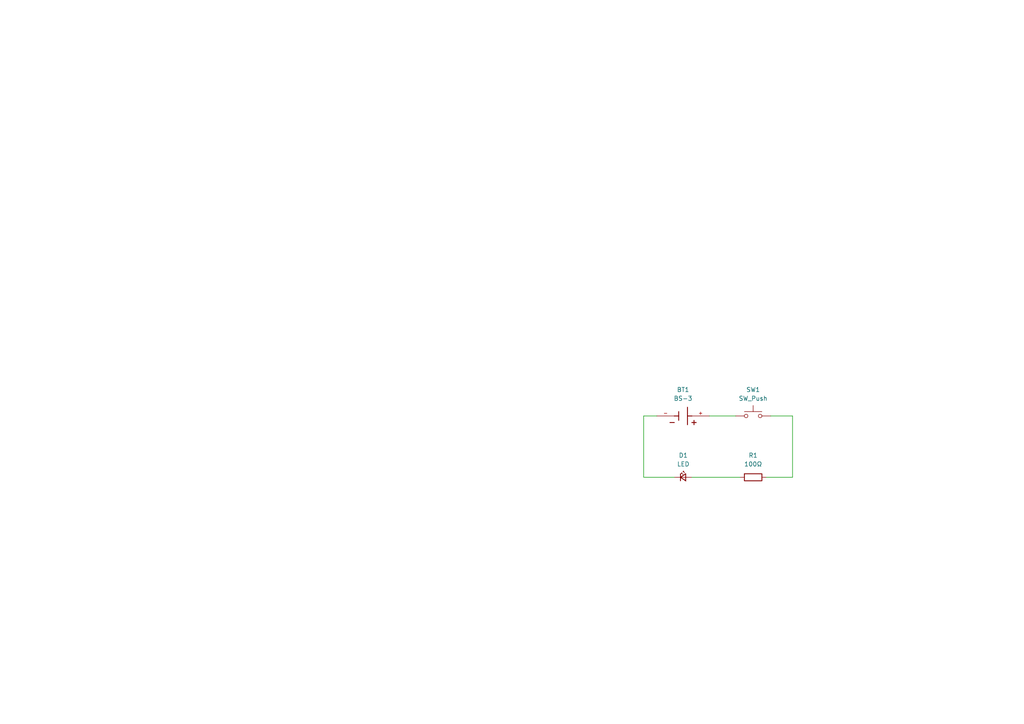
<source format=kicad_sch>
(kicad_sch (version 20250114) (generator "eeschema") (generator_version "9.0")
  (paper "A4")
  (title_block (title "Soldering Demo PCB Schematic") (date "2026-01-02") (rev "1") (company "FRCC Engineering Club Larimer Campus") (comment 1 "Designed by Lee Nicoletti-Jones"))
  (lib_symbols
    (symbol "BS-3 Battery Holder:BS-3" (pin_names (offset 1.016))
      (property "Reference" "BT" (at -3.81 3.81 0))
      (property "Value" "BS-3" (at -3.81 -5.08 0))
      (symbol "BS-3_0_0"
        (polyline (pts (xy -3.81 1.905) (xy -2.54 1.905)) (stroke (width 0.254)))
        (polyline (pts (xy -3.175 2.54) (xy -3.175 1.27)) (stroke (width 0.254)))
        (polyline (pts (xy -1.27 2.54) (xy -1.27 0)) (stroke (width 0.254)))
        (polyline (pts (xy -1.27 0) (xy -2.54 0)) (stroke (width 0.254)))
        (polyline (pts (xy -1.27 0) (xy -1.27 -2.54)) (stroke (width 0.254)))
        (polyline (pts (xy 1.27 1.27) (xy 1.27 0)) (stroke (width 0.254)))
        (polyline (pts (xy 1.27 0) (xy 1.27 -1.27)) (stroke (width 0.254)))
        (polyline (pts (xy 1.27 0) (xy 2.54 0)) (stroke (width 0.254)))
        (polyline (pts (xy 2.54 1.905) (xy 3.81 1.905)) (stroke (width 0.254)))
        (pin passive line (at -7.62 0 0) (length 5.08) (name "~") (number "+"))
        (pin passive line (at 7.62 0 180) (length 5.08) (name "~") (number "-"))
      )
    )
    (symbol "Device:R" (pin_numbers (hide yes)) (pin_names (offset 0))
      (property "Reference" "R" (at 2.032 0 90))
      (property "Value" "R" (at 0 0 90))
      (symbol "R_0_1"
        (rectangle (start -1.016 -2.54) (end 1.016 2.54) (stroke (width 0.254)))
      )
      (symbol "R_1_1"
        (pin passive line (at 0 3.81 270) (length 1.27) (name "~") (number "1"))
        (pin passive line (at 0 -3.81 90) (length 1.27) (name "~") (number "2"))
      )
    )
    (symbol "PCM_SparkFun-LED:LED" (pin_numbers (hide yes)) (pin_names (offset 1.016) (hide yes))
      (property "Reference" "D" (at 0 2.54 0))
      (property "Value" "LED" (at 0 -2.54 0))
      (symbol "LED_0_1"
        (polyline (pts (xy -0.762 -1.016) (xy -0.762 1.016)) (stroke (width 0.254)))
        (polyline (pts (xy 0 0.762) (xy -0.508 1.27) (xy -0.254 1.27) (xy -0.508 1.27) (xy -0.508 1.016)))
        (polyline (pts (xy 0.508 1.27) (xy 0 1.778) (xy 0.254 1.778) (xy 0 1.778) (xy 0 1.524)))
        (polyline (pts (xy 0.762 -1.016) (xy -0.762 0) (xy 0.762 1.016) (xy 0.762 -1.016)) (stroke (width 0.254)))
        (polyline (pts (xy 1.016 0) (xy -0.762 0)))
      )
      (symbol "LED_1_1"
        (pin passive line (at -2.54 0 0) (length 1.778) (name "K") (number "1"))
        (pin passive line (at 2.54 0 180) (length 1.778) (name "A") (number "2"))
      )
    )
    (symbol "Switch:SW_Push" (pin_numbers (hide yes)) (pin_names (offset 1.016) (hide yes))
      (property "Reference" "SW" (at 1.27 2.54 0))
      (property "Value" "SW_Push" (at 0 -1.524 0))
      (symbol "SW_Push_0_1"
        (circle (center -2.032 0) (radius 0.508))
        (polyline (pts (xy 0 1.27) (xy 0 3.048)))
        (circle (center 2.032 0) (radius 0.508))
        (polyline (pts (xy 2.54 1.27) (xy -2.54 1.27)))
        (pin passive line (at -5.08 0 0) (length 2.54) (name "1") (number "1"))
        (pin passive line (at 5.08 0 180) (length 2.54) (name "2") (number "2"))
      )
    )
  )
  (wire (pts (xy 223.52 120.65) (xy 229.87 120.65)))
  (wire (pts (xy 229.87 120.65) (xy 229.87 138.43)))
  (wire (pts (xy 200.66 138.43) (xy 214.63 138.43)))
  (wire (pts (xy 186.69 138.43) (xy 186.69 120.65)))
  (wire (pts (xy 205.74 120.65) (xy 213.36 120.65)))
  (wire (pts (xy 229.87 138.43) (xy 222.25 138.43)))
  (wire (pts (xy 195.58 138.43) (xy 186.69 138.43)))
  (wire (pts (xy 186.69 120.65) (xy 190.5 120.65)))
  (symbol (lib_id "BS-3 Battery Holder:BS-3") (at 198.12 120.65 180) (unit 1)
    (property "Reference" "BT1" (at 198.12 113.03 0))
    (property "Value" "BS-3" (at 198.12 115.57 0))
    (property "Footprint" "BS-3_2032_Battery_Holder:BAT_BS-3" (effects (hide yes)))
    (property "MF" "Memory Protection Devices" (effects (hide yes)))
    (property "MAXIMUM_PACKAGE_HEIGHT" "6.75mm" (effects (hide yes)))
    (property "Package" "None" (effects (hide yes)))
    (property "Price" "None" (effects (hide yes)))
    (property "Check_prices" "https://www.snapeda.com/parts/BS-3/Memory+Protection+Devices/view-part/?ref=eda" (effects (hide yes)))
    (property "STANDARD" "Manufacturer recommendations" (effects (hide yes)))
    (property "PARTREV" "F" (effects (hide yes)))
    (property "SnapEDA_Link" "https://www.snapeda.com/parts/BS-3/Memory+Protection+Devices/view-part/?ref=snap" (effects (hide yes)))
    (property "MP" "BS-3" (effects (hide yes)))
    (property "Description_1" "Battery Holder (Open) Coin, 20.0mm 1 Cell PC Pin" (effects (hide yes)))
    (property "Availability" "In Stock" (effects (hide yes)))
    (property "MANUFACTURER" "MPD" (effects (hide yes)))
  )
  (symbol (lib_id "Device:R") (at 218.44 138.43 90) (unit 1)
    (property "Reference" "R1" (at 218.44 132.08 90))
    (property "Value" "100Ω" (at 218.44 134.62 90))
    (property "Footprint" "Resistor_THT:R_Axial_DIN0207_L6.3mm_D2.5mm_P10.16mm_Horizontal" (effects (hide yes)))
    (property "Description" "Resistor" (effects (hide yes)))
  )
  (symbol (lib_id "Switch:SW_Push") (at 218.44 120.65 0) (unit 1)
    (property "Reference" "SW1" (at 218.44 113.03 0))
    (property "Value" "SW_Push" (at 218.44 115.57 0))
    (property "Footprint" "Button_Switch_THT:SW_PUSH_6mm_H4.3mm" (effects (hide yes)))
    (property "Description" "Push button switch, generic, two pins" (effects (hide yes)))
  )
  (symbol (lib_id "PCM_SparkFun-LED:LED") (at 198.12 138.43 0) (unit 1)
    (property "Reference" "D1" (at 198.1835 132.08 0))
    (property "Value" "LED" (at 198.1835 134.62 0))
    (property "Footprint" "LED_THT:LED_D3.0mm" (effects (hide yes)))
    (property "Description" "Light emitting diode" (effects (hide yes)))
    (property "PROD_ID" "LED-" (effects (hide yes)))
  )
)
</source>
